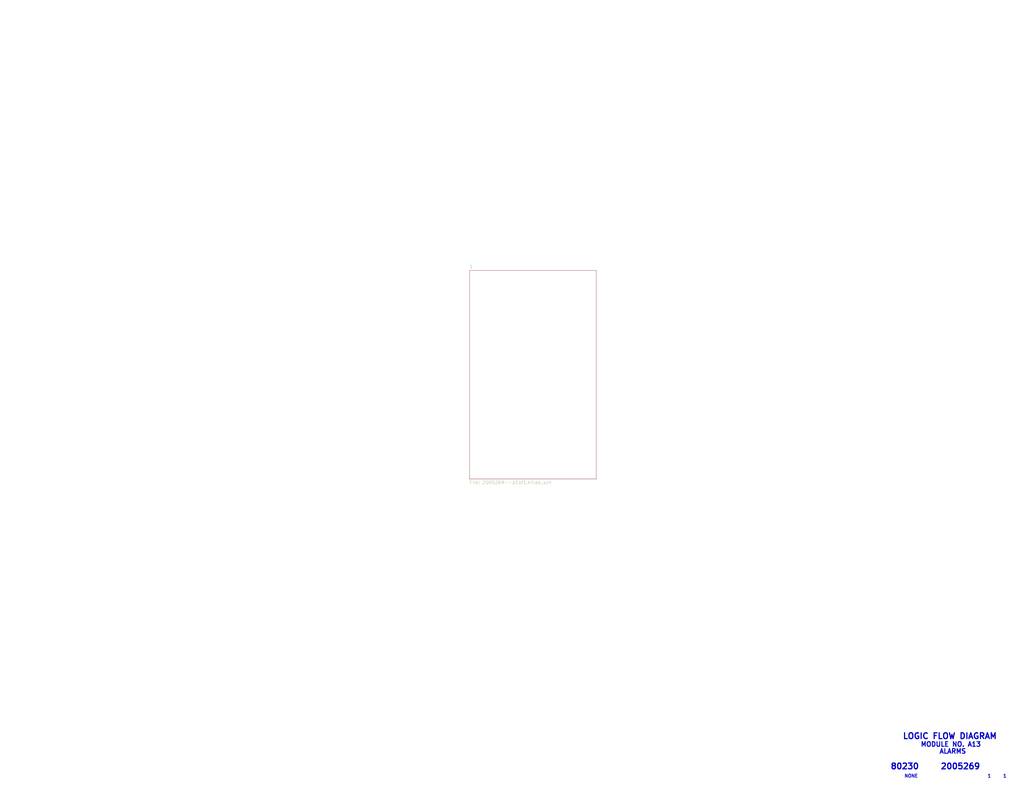
<source format=kicad_sch>
(kicad_sch (version 20211123) (generator eeschema)
  (paper "E")
  (lib_symbols)
  (text "1     1" (at 1077.595 849.63 0) (effects (font (size 3.556 3.556) (thickness 0.7112) bold) (justify left bottom)))
  (text "80230" (at 971.55 840.74 0) (effects (font (size 6.35 6.35) (thickness 1.27) bold) (justify left bottom)))
  (text "ALARMS" (at 1024.89 823.595 0) (effects (font (size 5.08 5.08) (thickness 1.016) bold) (justify left bottom)))
  (text "MODULE NO. A13" (at 1004.57 815.975 0) (effects (font (size 5.08 5.08) (thickness 1.016) bold) (justify left bottom)))
  (text "2005269" (at 1026.16 840.74 0) (effects (font (size 6.35 6.35) (thickness 1.27) bold) (justify left bottom)))
  (text "NONE" (at 986.79 849.63 0) (effects (font (size 3.556 3.556) (thickness 0.7112) bold) (justify left bottom)))
  (text "LOGIC FLOW DIAGRAM" (at 984.885 807.72 0) (effects (font (size 6.35 6.35) (thickness 1.27) bold) (justify left bottom)))
  (sheet (at 512.445 295.275) (size 138.43 227.965)
    (property "Sheet name" "1" (at 512.445 293.4204 0) (effects (font (size 3.556 3.556)) (justify left bottom)))
    (property "Sheet file" "2005269--p1of1.kicad_sch" (at 512.445 524.739 0) (effects (font (size 3.556 3.556)) (justify left top)))
  )
)
</source>
